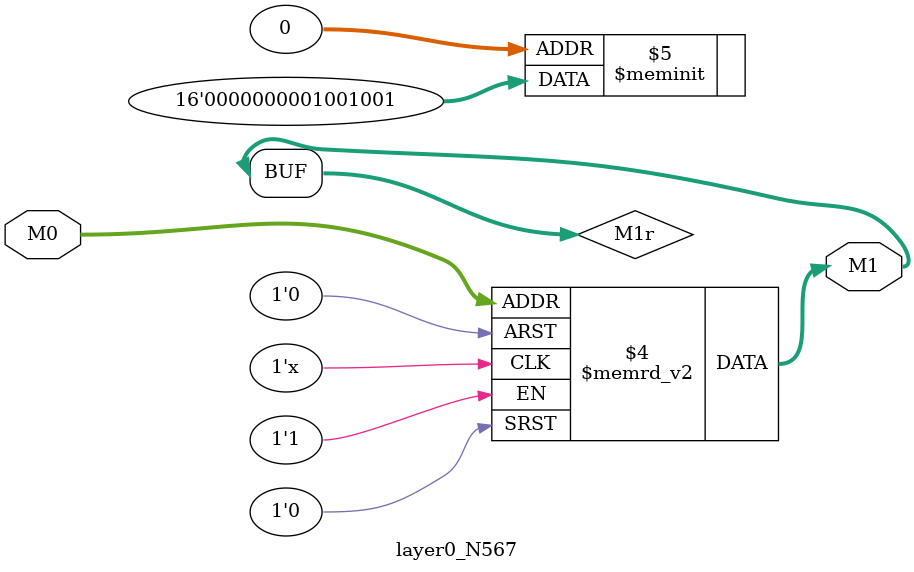
<source format=v>
module layer0_N567 ( input [2:0] M0, output [1:0] M1 );

	(*rom_style = "distributed" *) reg [1:0] M1r;
	assign M1 = M1r;
	always @ (M0) begin
		case (M0)
			3'b000: M1r = 2'b01;
			3'b100: M1r = 2'b00;
			3'b010: M1r = 2'b00;
			3'b110: M1r = 2'b00;
			3'b001: M1r = 2'b10;
			3'b101: M1r = 2'b00;
			3'b011: M1r = 2'b01;
			3'b111: M1r = 2'b00;

		endcase
	end
endmodule

</source>
